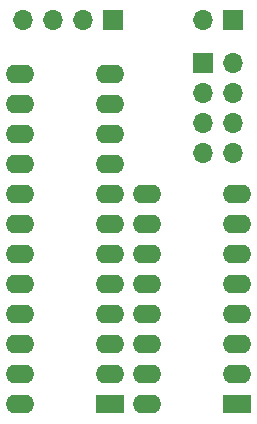
<source format=gts>
G04 #@! TF.GenerationSoftware,KiCad,Pcbnew,(6.0.5)*
G04 #@! TF.CreationDate,2023-11-13T21:58:41+01:00*
G04 #@! TF.ProjectId,c128-u3-gal,63313238-2d75-4332-9d67-616c2e6b6963,1*
G04 #@! TF.SameCoordinates,Original*
G04 #@! TF.FileFunction,Soldermask,Top*
G04 #@! TF.FilePolarity,Negative*
%FSLAX46Y46*%
G04 Gerber Fmt 4.6, Leading zero omitted, Abs format (unit mm)*
G04 Created by KiCad (PCBNEW (6.0.5)) date 2023-11-13 21:58:41*
%MOMM*%
%LPD*%
G01*
G04 APERTURE LIST*
%ADD10R,1.700000X1.700000*%
%ADD11O,1.700000X1.700000*%
%ADD12R,2.400000X1.600000*%
%ADD13O,2.400000X1.600000*%
G04 APERTURE END LIST*
D10*
X150799800Y-70383400D03*
D11*
X148259800Y-70383400D03*
X145719800Y-70383400D03*
X143179800Y-70383400D03*
D12*
X161290000Y-102870000D03*
D13*
X161290000Y-100330000D03*
X161290000Y-97790000D03*
X161290000Y-95250000D03*
X161290000Y-92710000D03*
X161290000Y-90170000D03*
X161290000Y-87630000D03*
X161290000Y-85090000D03*
X153670000Y-85090000D03*
X153670000Y-87630000D03*
X153670000Y-90170000D03*
X153670000Y-92710000D03*
X153670000Y-95250000D03*
X153670000Y-97790000D03*
X153670000Y-100330000D03*
X153670000Y-102870000D03*
D12*
X150571200Y-102920800D03*
D13*
X150571200Y-100380800D03*
X150571200Y-97840800D03*
X150571200Y-95300800D03*
X150571200Y-92760800D03*
X150571200Y-90220800D03*
X150571200Y-87680800D03*
X150571200Y-85140800D03*
X150571200Y-82600800D03*
X150571200Y-80060800D03*
X150571200Y-77520800D03*
X150571200Y-74980800D03*
X142951200Y-74980800D03*
X142951200Y-77520800D03*
X142951200Y-80060800D03*
X142951200Y-82600800D03*
X142951200Y-85140800D03*
X142951200Y-87680800D03*
X142951200Y-90220800D03*
X142951200Y-92760800D03*
X142951200Y-95300800D03*
X142951200Y-97840800D03*
X142951200Y-100380800D03*
X142951200Y-102920800D03*
D10*
X160939400Y-70383400D03*
D11*
X158399400Y-70383400D03*
D10*
X158389400Y-74025600D03*
D11*
X160929400Y-74025600D03*
X158389400Y-76565600D03*
X160929400Y-76565600D03*
X158389400Y-79105600D03*
X160929400Y-79105600D03*
X158389400Y-81645600D03*
X160929400Y-81645600D03*
M02*

</source>
